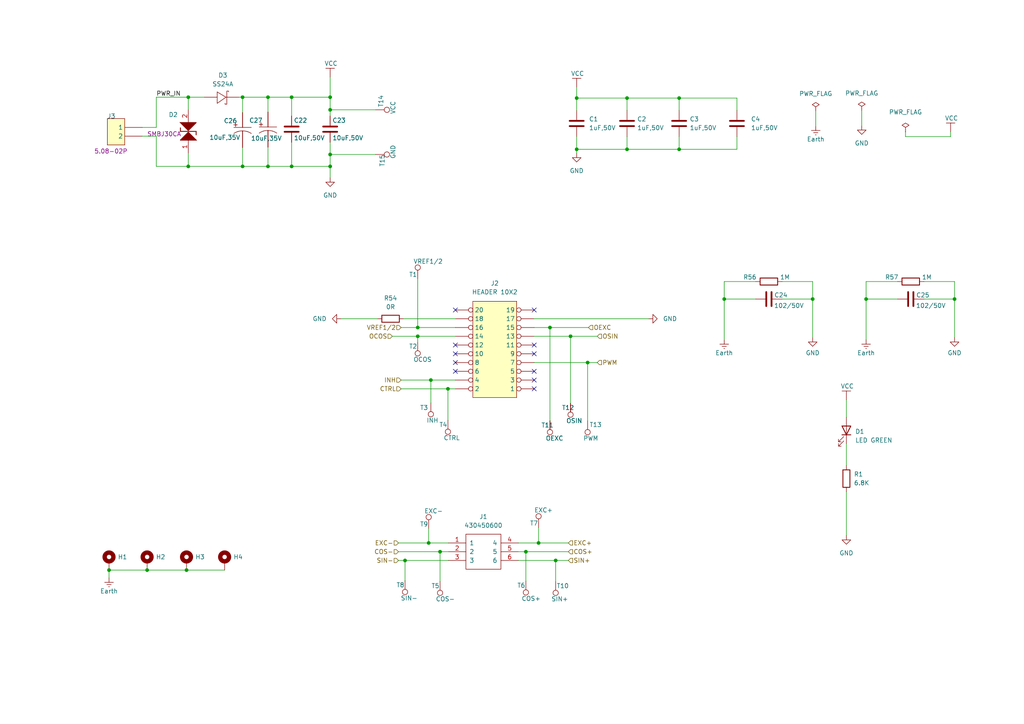
<source format=kicad_sch>
(kicad_sch (version 20230121) (generator eeschema)
  (paper "A4")
  (lib_symbols
    (symbol "02_HPM_Resis:1K" (pin_numbers hide) (pin_names (offset 0))
      (property "Reference" "R" (at -3.81 0.635 0))
      (property "Value" "1K" (at 3.81 0.635 0))
      (symbol "1K_0_1"
        (rectangle (start 2.54 -1.016) (end -2.54 1.016) (stroke (width 0.254)))
      )
      (symbol "1K_1_1"
        (pin passive line (at -3.81 0 0) (length 1.27) (name "~") (number "1"))
        (pin passive line (at 3.81 0 180) (length 1.27) (name "~") (number "2"))
      )
    )
    (symbol "03_HPM_CAP:10uF,10V" (pin_numbers hide) (pin_names (offset 0.254))
      (property "Reference" "C" (at 0.635 2.54 0))
      (property "Value" "10uF,10V" (at 0.635 -2.54 0))
      (symbol "10uF,10V_0_1"
        (polyline (pts (xy -2.032 -0.762) (xy 2.032 -0.762)) (stroke (width 0.508)))
        (polyline (pts (xy -2.032 0.762) (xy 2.032 0.762)) (stroke (width 0.508)))
      )
      (symbol "10uF,10V_1_1"
        (pin passive line (at 0 3.81 270) (length 2.794) (name "~") (number "1"))
        (pin passive line (at 0 -3.81 90) (length 2.794) (name "~") (number "2"))
      )
    )
    (symbol "03_HPM_CAP:10uF,16V" (pin_numbers hide) (pin_names (offset 0.254))
      (property "Reference" "C" (at 0.635 2.54 0))
      (property "Value" "10uF,16V" (at 0.635 -2.54 0))
      (symbol "10uF,16V_0_1"
        (polyline (pts (xy -2.032 -0.762) (xy 2.032 -0.762)) (stroke (width 0.508)))
        (polyline (pts (xy -2.032 0.762) (xy 2.032 0.762)) (stroke (width 0.508)))
      )
      (symbol "10uF,16V_1_1"
        (pin passive line (at 0 3.81 270) (length 2.794) (name "~") (number "1"))
        (pin passive line (at 0 -3.81 90) (length 2.794) (name "~") (number "2"))
      )
    )
    (symbol "04_HPM_Diode:LED GREEN" (pin_numbers hide) (pin_names (offset 1.016) hide)
      (property "Reference" "D" (at 0 2.54 0))
      (property "Value" "LED GREEN" (at 2.54 -2.54 0))
      (symbol "LED GREEN_0_1"
        (polyline (pts (xy -1.27 -1.27) (xy -1.27 1.27)) (stroke (width 0.254)))
        (polyline (pts (xy -1.27 0) (xy 1.27 0)))
        (polyline (pts (xy 1.27 -1.27) (xy 1.27 1.27) (xy -1.27 0) (xy 1.27 -1.27)) (stroke (width 0.254)))
        (polyline (pts (xy -3.048 -0.762) (xy -4.572 -2.286) (xy -3.81 -2.286) (xy -4.572 -2.286) (xy -4.572 -1.524)))
        (polyline (pts (xy -1.778 -0.762) (xy -3.302 -2.286) (xy -2.54 -2.286) (xy -3.302 -2.286) (xy -3.302 -1.524)))
      )
      (symbol "LED GREEN_1_1"
        (pin passive line (at -3.81 0 0) (length 2.54) (name "K") (number "1"))
        (pin passive line (at 3.81 0 180) (length 2.54) (name "A") (number "2"))
      )
    )
    (symbol "04_HPM_Diode:SS24" (pin_numbers hide) (pin_names (offset 1.016) hide)
      (property "Reference" "D" (at 3.175 3.175 0))
      (property "Value" "SS24" (at -0.635 3.175 0))
      (symbol "SS24_1_1"
        (polyline (pts (xy 1.27 1.524) (xy -1.27 0) (xy -1.27 0) (xy 1.27 -1.778) (xy 1.27 -1.778) (xy 1.27 1.524)))
        (polyline (pts (xy -2.032 1.524) (xy -2.032 1.778) (xy -2.032 1.778) (xy -1.524 1.778) (xy -1.524 1.778) (xy -1.524 -2.032) (xy -1.524 -2.032) (xy -1.016 -2.032) (xy -1.016 -2.032) (xy -1.016 -1.778)))
        (pin input line (at -5.08 0 0) (length 3.81) (name "K") (number "1"))
        (pin input line (at 5.08 0 180) (length 3.81) (name "A") (number "2"))
      )
    )
    (symbol "05_HPM_Conn:HEADER 10X2"
      (property "Reference" "J?" (at 0 0 0))
      (property "Value" "HEADER 10X2" (at 0 -30.48 0))
      (symbol "HEADER 10X2_1_0"
        (rectangle (start 12.7 0) (end 0 -27.94) (fill (type background)))
        (pin passive inverted (at -5.08 -2.54 0) (length 5.08) (name "1") (number "1"))
        (pin passive inverted (at 17.78 -12.7 180) (length 5.08) (name "10") (number "10"))
        (pin passive inverted (at -5.08 -15.24 0) (length 5.08) (name "11") (number "11"))
        (pin passive inverted (at 17.78 -15.24 180) (length 5.08) (name "12") (number "12"))
        (pin passive inverted (at -5.08 -17.78 0) (length 5.08) (name "13") (number "13"))
        (pin passive inverted (at 17.78 -17.78 180) (length 5.08) (name "14") (number "14"))
        (pin passive inverted (at -5.08 -20.32 0) (length 5.08) (name "15") (number "15"))
        (pin passive inverted (at 17.78 -20.32 180) (length 5.08) (name "16") (number "16"))
        (pin passive inverted (at -5.08 -22.86 0) (length 5.08) (name "17") (number "17"))
        (pin passive inverted (at 17.78 -22.86 180) (length 5.08) (name "18") (number "18"))
        (pin passive inverted (at -5.08 -25.4 0) (length 5.08) (name "19") (number "19"))
        (pin passive inverted (at 17.78 -2.54 180) (length 5.08) (name "2") (number "2"))
        (pin passive inverted (at 17.78 -25.4 180) (length 5.08) (name "20") (number "20"))
        (pin passive inverted (at -5.08 -5.08 0) (length 5.08) (name "3") (number "3"))
        (pin passive inverted (at 17.78 -5.08 180) (length 5.08) (name "4") (number "4"))
        (pin passive inverted (at -5.08 -7.62 0) (length 5.08) (name "5") (number "5"))
        (pin passive inverted (at 17.78 -7.62 180) (length 5.08) (name "6") (number "6"))
        (pin passive inverted (at -5.08 -10.16 0) (length 5.08) (name "7") (number "7"))
        (pin passive inverted (at 17.78 -10.16 180) (length 5.08) (name "8") (number "8"))
        (pin passive inverted (at -5.08 -12.7 0) (length 5.08) (name "9") (number "9"))
      )
    )
    (symbol "Connector:TestPoint" (pin_numbers hide) (pin_names (offset 0.762) hide)
      (property "Reference" "TP" (at 0 6.858 0))
      (property "Value" "TestPoint" (at 0 5.08 0))
      (symbol "TestPoint_0_1"
        (circle (center 0 3.302) (radius 0.762))
      )
      (symbol "TestPoint_1_1"
        (pin passive line (at 0 0 90) (length 2.54) (name "1") (number "1"))
      )
    )
    (symbol "Device:C" (pin_numbers hide) (pin_names (offset 0.254))
      (property "Reference" "C" (at 0.635 2.54 0))
      (property "Value" "C" (at 0.635 -2.54 0))
      (symbol "C_0_1"
        (polyline (pts (xy -2.032 -0.762) (xy 2.032 -0.762)) (stroke (width 0.508)))
        (polyline (pts (xy -2.032 0.762) (xy 2.032 0.762)) (stroke (width 0.508)))
      )
      (symbol "C_1_1"
        (pin passive line (at 0 3.81 270) (length 2.794) (name "~") (number "1"))
        (pin passive line (at 0 -3.81 90) (length 2.794) (name "~") (number "2"))
      )
    )
    (symbol "Device:R" (pin_numbers hide) (pin_names (offset 0))
      (property "Reference" "R" (at 2.032 0 90))
      (property "Value" "R" (at 0 0 90))
      (symbol "R_0_1"
        (rectangle (start -1.016 -2.54) (end 1.016 2.54) (stroke (width 0.254)))
      )
      (symbol "R_1_1"
        (pin passive line (at 0 3.81 270) (length 1.27) (name "~") (number "1"))
        (pin passive line (at 0 -3.81 90) (length 1.27) (name "~") (number "2"))
      )
    )
    (symbol "HPM_EVK2:1_DIODE_ZENER2"
      (property "Reference" "D2" (at 2.54 7.62 0))
      (property "ALTIUM_VALUE" "SMBJ30CA" (at -12.065 5.207 0))
      (symbol "1_DIODE_ZENER2_1_0"
        (polyline (pts (xy -2.286 8.89) (xy 0 6.604) (xy 2.286 8.89) (xy -2.286 8.89)) (stroke (width 0.254)) (fill (type outline)))
        (polyline (pts (xy 2.286 3.81) (xy 0 6.096) (xy -2.286 3.81) (xy 2.286 3.81)) (stroke (width 0.254)) (fill (type outline)))
        (polyline (pts (xy -2.286 6.35) (xy -2.286 7.366) (xy -2.286 6.35) (xy -2.286 6.35) (xy -2.286 6.35)) (stroke (width 0.254)) (fill (type outline)))
        (polyline (pts (xy 2.286 6.35) (xy 2.286 5.334) (xy 2.286 6.35) (xy -2.286 6.35) (xy 2.286 6.35)) (stroke (width 0.254)) (fill (type outline)))
        (pin passive line (at 0 0 90) (length 3.81) (name "A") (number "1"))
        (pin passive line (at 0 12.7 270) (length 3.81) (name "K") (number "2"))
      )
    )
    (symbol "HPM_EVK2:430450600" (pin_names (offset 1.016))
      (property "Reference" "CN" (at 0 0 0))
      (property "Value" "430450600" (at 0 0 0))
      (symbol "430450600_1_1"
        (rectangle (start -5.08 -5.08) (end 5.08 5.08))
        (pin input line (at -10.16 2.54 0) (length 5.08) (name "1") (number "1"))
        (pin input line (at -10.16 0 0) (length 5.08) (name "2") (number "2"))
        (pin input line (at -10.16 -2.54 0) (length 5.08) (name "3") (number "3"))
        (pin input line (at 10.16 2.54 180) (length 5.08) (name "4") (number "4"))
        (pin input line (at 10.16 0 180) (length 5.08) (name "5") (number "5"))
        (pin input line (at 10.16 -2.54 180) (length 5.08) (name "6") (number "6"))
      )
    )
    (symbol "HPM_EVK2:UWT1V101MCL1GS" (pin_numbers hide) (pin_names (offset 1.016) hide)
      (property "Reference" "C" (at 0 0 0))
      (property "Value" "UWT1V101MCL1GS" (at 0 0 0))
      (symbol "UWT1V101MCL1GS_1_1"
        (rectangle (start -2.54 1.4986) (end -1.524 1.524))
        (rectangle (start -2.032 1.016) (end -2.0066 2.032))
        (arc (start -1.3462 -0.4318) (mid -1.9671 -0.675) (end -2.54 -1.016))
        (arc (start 0 -0.254) (mid -0.6809 -0.285) (end -1.3462 -0.4318))
        (polyline (pts (xy -2.54 0.762) (xy 2.54 0.762)))
        (arc (start 1.3208 -0.4318) (mid 0.6675 -0.2937) (end 0 -0.254))
        (arc (start 2.54 -1.016) (mid 1.9571 -0.6671) (end 1.3208 -0.4318))
        (pin input line (at 0 5.08 270) (length 4.318) (name "1") (number "1"))
        (pin input line (at 0 -5.08 90) (length 4.826) (name "2") (number "2"))
      )
    )
    (symbol "HPM_EVK2:VCC" (power) (pin_numbers hide) (pin_names (offset 0) hide) (in_bom no) (on_board no)
      (property "Value" "VCC" (at 0 4.445 0))
      (symbol "VCC_0_1"
        (polyline (pts (xy -1.27 2.54) (xy 1.27 2.54)))
      )
      (symbol "VCC_1_1"
        (pin power_in line (at 0 0 90) (length 2.54) (name "VCC") (number "1"))
      )
    )
    (symbol "Mechanical:MountingHole_Pad" (pin_numbers hide) (pin_names (offset 1.016) hide)
      (property "Reference" "H" (at 0 6.35 0))
      (property "Value" "MountingHole_Pad" (at 0 4.445 0))
      (symbol "MountingHole_Pad_0_1"
        (circle (center 0 1.27) (radius 1.27) (stroke (width 1.27)))
      )
      (symbol "MountingHole_Pad_1_1"
        (pin input line (at 0 -2.54 90) (length 2.54) (name "1") (number "1"))
      )
    )
    (symbol "linshi-altium-import:0_mirrored_CON2"
      (property "Value" "0_mirrored_CON2" (at 0 0 0))
      (symbol "0_mirrored_CON2_1_0"
        (rectangle (start 0 0) (end -5.08 -7.62) (fill (type background)))
        (pin passive line (at 5.08 -2.54 180) (length 5.08) (name "1") (number "1"))
        (pin passive line (at 5.08 -5.08 180) (length 5.08) (name "2") (number "2"))
      )
    )
    (symbol "power:Earth" (power) (pin_names (offset 0))
      (symbol "Earth_0_1"
        (polyline (pts (xy -0.635 -1.905) (xy 0.635 -1.905)))
        (polyline (pts (xy -0.127 -2.54) (xy 0.127 -2.54)))
        (polyline (pts (xy 0 -1.27) (xy 0 0)))
        (polyline (pts (xy 1.27 -1.27) (xy -1.27 -1.27)))
      )
      (symbol "Earth_1_1"
        (pin power_in line (at 0 0 270) (length 0) hide (name "Earth") (number "1"))
      )
    )
    (symbol "power:GND" (power) (pin_names (offset 0))
      (property "Value" "GND" (at 0 -3.81 0))
      (symbol "GND_0_1"
        (polyline (pts (xy 0 0) (xy 0 -1.27) (xy 1.27 -1.27) (xy 0 -2.54) (xy -1.27 -1.27) (xy 0 -1.27)))
      )
      (symbol "GND_1_1"
        (pin power_in line (at 0 0 270) (length 0) hide (name "GND") (number "1"))
      )
    )
    (symbol "power:PWR_FLAG" (power) (pin_numbers hide) (pin_names (offset 0) hide)
      (property "Value" "PWR_FLAG" (at 0 3.81 0))
      (symbol "PWR_FLAG_0_0"
        (pin power_out line (at 0 0 90) (length 0) (name "pwr") (number "1"))
      )
      (symbol "PWR_FLAG_0_1"
        (polyline (pts (xy 0 0) (xy 0 1.27) (xy -1.016 1.905) (xy 0 2.54) (xy 1.016 1.905) (xy 0 1.27)))
      )
    )
  )
  (junction (at 181.864 28.448))
  (junction (at 95.758 48.26))
  (junction (at 70.358 48.26))
  (junction (at 165.481 97.536))
  (junction (at 156.21 157.48))
  (junction (at 121.158 94.996))
  (junction (at 95.758 44.8056))
  (junction (at 129.921 112.776))
  (junction (at 95.758 31.8516))
  (junction (at 84.582 48.26))
  (junction (at 181.864 43.307))
  (junction (at 167.259 28.448))
  (junction (at 170.434 105.156))
  (junction (at 127.635 160.02))
  (junction (at 42.672 165.354))
  (junction (at 251.206 86.741))
  (junction (at 77.724 28.194))
  (junction (at 159.512 94.996))
  (junction (at 124.968 110.236))
  (junction (at 54.61 48.26))
  (junction (at 31.623 165.354))
  (junction (at 54.102 165.354))
  (junction (at 121.158 97.536))
  (junction (at 124.333 157.48))
  (junction (at 161.163 162.56))
  (junction (at 70.358 28.194))
  (junction (at 210.058 86.741))
  (junction (at 54.61 28.194))
  (junction (at 117.475 162.56))
  (junction (at 84.582 28.194))
  (junction (at 95.758 28.194))
  (junction (at 196.977 28.448))
  (junction (at 276.86 86.741))
  (junction (at 196.977 43.307))
  (junction (at 167.259 43.307))
  (junction (at 152.527 160.02))
  (junction (at 235.712 86.741))
  (junction (at 77.724 48.26))
  (no_connect (at 132.08 105.156))
  (no_connect (at 132.08 89.916))
  (no_connect (at 132.08 100.076))
  (no_connect (at 132.08 107.696))
  (no_connect (at 132.08 102.616))
  (no_connect (at 154.94 110.236))
  (no_connect (at 154.94 100.076))
  (no_connect (at 154.94 102.616))
  (no_connect (at 154.94 107.696))
  (no_connect (at 154.94 112.776))
  (no_connect (at 154.94 89.916))
  (wire (pts (xy 181.864 28.448) (xy 181.864 32.004)))
  (wire (pts (xy 213.741 43.307) (xy 196.977 43.307)))
  (wire (pts (xy 132.08 97.536) (xy 121.158 97.536)))
  (wire (pts (xy 45.339 48.26) (xy 45.339 39.497)))
  (wire (pts (xy 275.717 39.624) (xy 275.717 38.227)))
  (wire (pts (xy 95.758 41.275) (xy 95.758 44.8056)))
  (wire (pts (xy 95.758 31.8516) (xy 95.758 33.655)))
  (wire (pts (xy 276.86 97.917) (xy 276.86 86.741)))
  (wire (pts (xy 164.846 157.48) (xy 156.21 157.48)))
  (wire (pts (xy 213.741 39.624) (xy 213.741 43.307)))
  (wire (pts (xy 98.933 92.456) (xy 109.474 92.456)))
  (wire (pts (xy 84.582 28.194) (xy 84.582 33.655)))
  (wire (pts (xy 70.358 28.194) (xy 77.724 28.194)))
  (wire (pts (xy 95.758 22.352) (xy 95.758 28.194)))
  (wire (pts (xy 210.058 86.741) (xy 210.058 81.661)))
  (wire (pts (xy 196.977 28.448) (xy 181.864 28.448)))
  (wire (pts (xy 210.058 81.661) (xy 219.202 81.661)))
  (wire (pts (xy 45.339 36.957) (xy 45.339 28.194)))
  (wire (pts (xy 161.163 162.56) (xy 150.368 162.56)))
  (wire (pts (xy 251.206 98.552) (xy 251.206 86.741)))
  (wire (pts (xy 127.635 160.02) (xy 127.635 168.656)))
  (wire (pts (xy 154.94 105.156) (xy 170.434 105.156)))
  (wire (pts (xy 226.822 86.741) (xy 235.712 86.741)))
  (wire (pts (xy 129.921 112.776) (xy 129.921 121.92)))
  (wire (pts (xy 45.339 28.194) (xy 54.61 28.194)))
  (wire (pts (xy 236.601 32.258) (xy 236.601 36.576)))
  (wire (pts (xy 213.741 28.448) (xy 196.977 28.448)))
  (wire (pts (xy 77.724 28.194) (xy 77.724 32.512)))
  (wire (pts (xy 245.491 115.951) (xy 245.491 121.031)))
  (wire (pts (xy 196.977 43.307) (xy 181.864 43.307)))
  (wire (pts (xy 70.358 28.194) (xy 70.358 32.639)))
  (wire (pts (xy 245.491 128.651) (xy 245.491 135.001)))
  (wire (pts (xy 117.475 162.56) (xy 117.475 168.402)))
  (wire (pts (xy 121.158 94.996) (xy 132.08 94.996)))
  (wire (pts (xy 213.741 32.004) (xy 213.741 28.448)))
  (wire (pts (xy 77.724 42.672) (xy 77.724 48.26)))
  (wire (pts (xy 170.434 105.156) (xy 173.228 105.156)))
  (wire (pts (xy 42.672 165.354) (xy 54.102 165.354)))
  (wire (pts (xy 262.636 38.227) (xy 262.636 39.624)))
  (wire (pts (xy 156.21 153.035) (xy 156.21 157.48)))
  (wire (pts (xy 77.724 48.26) (xy 84.582 48.26)))
  (wire (pts (xy 116.332 110.236) (xy 124.968 110.236)))
  (wire (pts (xy 167.259 25.273) (xy 167.259 28.448)))
  (wire (pts (xy 124.968 110.236) (xy 124.968 116.84)))
  (wire (pts (xy 117.094 92.456) (xy 132.08 92.456)))
  (wire (pts (xy 84.582 41.275) (xy 84.582 48.26)))
  (wire (pts (xy 245.491 142.621) (xy 245.491 155.321)))
  (wire (pts (xy 41.275 39.497) (xy 45.339 39.497)))
  (wire (pts (xy 150.368 160.02) (xy 152.527 160.02)))
  (wire (pts (xy 70.358 42.799) (xy 70.358 48.26)))
  (wire (pts (xy 115.57 162.56) (xy 117.475 162.56)))
  (wire (pts (xy 31.623 165.354) (xy 42.672 165.354)))
  (wire (pts (xy 124.333 153.289) (xy 124.333 157.48)))
  (wire (pts (xy 95.758 44.8056) (xy 95.758 48.26)))
  (wire (pts (xy 196.977 28.448) (xy 196.977 32.004)))
  (wire (pts (xy 152.527 160.02) (xy 164.846 160.02)))
  (wire (pts (xy 167.259 43.307) (xy 167.259 44.45)))
  (wire (pts (xy 95.758 44.8056) (xy 108.9152 44.8056)))
  (wire (pts (xy 121.158 97.536) (xy 113.792 97.536)))
  (wire (pts (xy 54.61 28.194) (xy 54.61 31.75)))
  (wire (pts (xy 84.582 48.26) (xy 95.758 48.26)))
  (wire (pts (xy 235.712 81.661) (xy 226.822 81.661)))
  (wire (pts (xy 235.712 97.917) (xy 235.712 86.741)))
  (wire (pts (xy 251.206 86.741) (xy 251.206 81.661)))
  (wire (pts (xy 159.512 94.996) (xy 159.512 122.047)))
  (wire (pts (xy 115.57 157.48) (xy 124.333 157.48)))
  (wire (pts (xy 65.151 165.354) (xy 54.102 165.354)))
  (wire (pts (xy 165.481 97.536) (xy 173.228 97.536)))
  (wire (pts (xy 276.86 86.741) (xy 276.86 81.661)))
  (wire (pts (xy 95.758 51.562) (xy 95.758 48.26)))
  (wire (pts (xy 127.635 160.02) (xy 130.048 160.02)))
  (wire (pts (xy 84.582 28.194) (xy 95.758 28.194)))
  (wire (pts (xy 54.61 44.45) (xy 54.61 48.26)))
  (wire (pts (xy 167.259 39.624) (xy 167.259 43.307)))
  (wire (pts (xy 121.158 80.899) (xy 121.158 94.996)))
  (wire (pts (xy 156.21 157.48) (xy 150.368 157.48)))
  (wire (pts (xy 170.434 105.156) (xy 170.434 122.047)))
  (wire (pts (xy 116.332 112.776) (xy 129.921 112.776)))
  (wire (pts (xy 115.57 160.02) (xy 127.635 160.02)))
  (wire (pts (xy 117.475 162.56) (xy 130.048 162.56)))
  (wire (pts (xy 276.86 81.661) (xy 267.97 81.661)))
  (wire (pts (xy 154.94 94.996) (xy 159.512 94.996)))
  (wire (pts (xy 116.332 94.996) (xy 121.158 94.996)))
  (wire (pts (xy 251.206 86.741) (xy 260.35 86.741)))
  (wire (pts (xy 69.342 28.194) (xy 70.358 28.194)))
  (wire (pts (xy 267.97 86.741) (xy 276.86 86.741)))
  (wire (pts (xy 181.864 39.624) (xy 181.864 43.307)))
  (wire (pts (xy 129.921 112.776) (xy 132.08 112.776)))
  (wire (pts (xy 251.206 81.661) (xy 260.35 81.661)))
  (wire (pts (xy 249.936 32.131) (xy 249.936 36.449)))
  (wire (pts (xy 70.358 48.26) (xy 77.724 48.26)))
  (wire (pts (xy 164.846 162.56) (xy 161.163 162.56)))
  (wire (pts (xy 54.61 48.26) (xy 70.358 48.26)))
  (wire (pts (xy 210.058 86.741) (xy 219.202 86.741)))
  (wire (pts (xy 54.61 48.26) (xy 45.339 48.26)))
  (wire (pts (xy 181.864 43.307) (xy 167.259 43.307)))
  (wire (pts (xy 95.758 28.194) (xy 95.758 31.8516)))
  (wire (pts (xy 235.712 86.741) (xy 235.712 81.661)))
  (wire (pts (xy 41.275 36.957) (xy 45.339 36.957)))
  (wire (pts (xy 262.636 39.624) (xy 275.717 39.624)))
  (wire (pts (xy 181.864 28.448) (xy 167.259 28.448)))
  (wire (pts (xy 159.512 94.996) (xy 170.688 94.996)))
  (wire (pts (xy 167.259 28.448) (xy 167.259 32.004)))
  (wire (pts (xy 77.724 28.194) (xy 84.582 28.194)))
  (wire (pts (xy 152.527 168.529) (xy 152.527 160.02)))
  (wire (pts (xy 95.758 31.8516) (xy 108.9152 31.8516)))
  (wire (pts (xy 210.058 98.552) (xy 210.058 86.741)))
  (wire (pts (xy 161.163 162.56) (xy 161.163 168.656)))
  (wire (pts (xy 196.977 39.624) (xy 196.977 43.307)))
  (wire (pts (xy 154.94 92.456) (xy 188.087 92.456)))
  (wire (pts (xy 124.333 157.48) (xy 130.048 157.48)))
  (wire (pts (xy 121.158 97.536) (xy 121.158 99.187)))
  (wire (pts (xy 31.623 165.354) (xy 31.623 167.64)))
  (wire (pts (xy 54.61 28.194) (xy 59.182 28.194)))
  (wire (pts (xy 154.94 97.536) (xy 165.481 97.536)))
  (wire (pts (xy 165.481 97.536) (xy 165.481 116.967)))
  (wire (pts (xy 124.968 110.236) (xy 132.08 110.236)))
  (label "PWR_IN" (at 45.339 28.194 0))
  (hierarchical_label "OEXC" (shape input) (at 170.688 94.996 0))
  (hierarchical_label "EXC-" (shape input) (at 115.57 157.48 180))
  (hierarchical_label "COS-" (shape input) (at 115.57 160.02 180))
  (hierarchical_label "SIN+" (shape input) (at 164.846 162.56 0))
  (hierarchical_label "EXC+" (shape input) (at 164.846 157.48 0))
  (hierarchical_label "CTRL" (shape input) (at 116.332 112.776 180))
  (hierarchical_label "VREF1{slash}2" (shape input) (at 116.332 94.996 180))
  (hierarchical_label "SIN-" (shape input) (at 115.57 162.56 180))
  (hierarchical_label "COS+" (shape input) (at 164.846 160.02 0))
  (hierarchical_label "OCOS" (shape input) (at 113.792 97.536 180))
  (hierarchical_label "OSIN" (shape input) (at 173.228 97.536 0))
  (hierarchical_label "PWM" (shape input) (at 173.228 105.156 0))
  (hierarchical_label "INH" (shape input) (at 116.332 110.236 180))
  (symbol (lib_id "Connector:TestPoint") (at 117.475 168.402 0) (mirror x) (unit 1)
    (property "Reference" "T8" (at 114.935 169.672 0) (effects (justify left)))
    (property "Value" "SIN-" (at 116.205 173.482 0) (effects (justify left)))
    (property "Footprint" "TPAD_030" (effects hide))
  )
  (symbol (lib_id "Mechanical:MountingHole_Pad") (at 42.672 162.814 0) (unit 1)
    (property "Reference" "H2" (at 45.212 161.5439 0) (effects (justify left)))
    (property "Value" "MountingHole_Pad" (effects hide))
    (property "Footprint" "HOLE-3.2" (effects hide))
  )
  (symbol (lib_id "02_HPM_Resis:1K") (at 113.284 92.456 0) (mirror y) (unit 1)
    (property "Reference" "R54" (at 113.284 86.487 0))
    (property "Value" "0R" (at 113.284 89.027 0))
    (property "Footprint" "02_HPM_Resis:R_0603_1608Metric" (effects hide))
  )
  (symbol (lib_id "Connector:TestPoint") (at 121.158 99.187 0) (mirror x) (unit 1)
    (property "Reference" "T2" (at 118.618 100.457 0) (effects (justify left)))
    (property "Value" "OCOS" (at 119.888 104.267 0) (effects (justify left)))
    (property "Footprint" "TPAD_030" (effects hide))
  )
  (symbol (lib_id "HPM_EVK2:VCC") (at 275.717 38.227 0) (unit 1) (in_bom no) (on_board no)
    (property "Reference" "#PWR0109" (effects hide))
    (property "Value" "VCC" (at 275.971 34.29 0))
  )
  (symbol (lib_id "power:PWR_FLAG") (at 236.601 32.258 0) (unit 1)
    (property "Reference" "#FLG0103" (effects hide))
    (property "Value" "PWR_FLAG" (at 236.601 27.178 0))
  )
  (symbol (lib_id "HPM_EVK2:VCC") (at 167.259 25.273 0) (unit 1) (in_bom no) (on_board no)
    (property "Reference" "#PWR0107" (effects hide))
    (property "Value" "VCC" (at 167.513 21.336 0))
  )
  (symbol (lib_id "03_HPM_CAP:10uF,16V") (at 213.741 35.814 0) (unit 1)
    (property "Reference" "C4" (at 217.805 34.5439 0) (effects (justify left)))
    (property "Value" "1uF,50V" (at 217.805 37.0839 0) (effects (justify left)))
    (property "Footprint" "03_HPM_CAP:C_0603_1608Metric" (effects hide))
  )
  (symbol (lib_id "power:GND") (at 98.933 92.456 270) (unit 1)
    (property "Reference" "#PWR03" (effects hide))
    (property "Value" "GND" (at 94.742 92.4559 90) (effects (justify right)))
  )
  (symbol (lib_id "power:Earth") (at 210.058 98.552 0) (unit 1)
    (property "Reference" "#PWR08" (effects hide))
    (property "Value" "Earth" (at 210.058 102.362 0))
  )
  (symbol (lib_id "03_HPM_CAP:10uF,16V") (at 167.259 35.814 0) (unit 1)
    (property "Reference" "C1" (at 170.815 34.5439 0) (effects (justify left)))
    (property "Value" "1uF,50V" (at 170.815 37.0839 0) (effects (justify left)))
    (property "Footprint" "03_HPM_CAP:C_0603_1608Metric" (effects hide))
  )
  (symbol (lib_id "power:GND") (at 235.712 97.917 0) (unit 1)
    (property "Reference" "#PWR010" (effects hide))
    (property "Value" "GND" (at 235.712 102.362 0))
  )
  (symbol (lib_id "Connector:TestPoint") (at 127.635 168.656 0) (mirror x) (unit 1)
    (property "Reference" "T5" (at 125.095 169.926 0) (effects (justify left)))
    (property "Value" "COS-" (at 126.365 173.736 0) (effects (justify left)))
    (property "Footprint" "TPAD_030" (effects hide))
  )
  (symbol (lib_id "04_HPM_Diode:SS24") (at 64.262 28.194 0) (mirror y) (unit 1)
    (property "Reference" "D3" (at 64.643 21.844 0))
    (property "Value" "SS24A" (at 64.643 24.384 0))
    (property "Footprint" "04_HPM_Diode:SMA-DO-214AC" (effects hide))
    (property "SuppliersPartNumber" "C115726" (effects hide))
  )
  (symbol (lib_id "Connector:TestPoint") (at 159.512 122.047 0) (mirror x) (unit 1)
    (property "Reference" "T11" (at 156.972 123.317 0) (effects (justify left)))
    (property "Value" "OEXC" (at 158.242 127.127 0) (effects (justify left)))
    (property "Footprint" "TPAD_030" (effects hide))
  )
  (symbol (lib_id "Connector:TestPoint") (at 156.21 153.035 0) (unit 1)
    (property "Reference" "T7" (at 153.67 151.765 0) (effects (justify left)))
    (property "Value" "EXC+" (at 154.94 147.955 0) (effects (justify left)))
    (property "Footprint" "TPAD_030" (effects hide))
  )
  (symbol (lib_id "power:GND") (at 249.936 36.449 0) (unit 1)
    (property "Reference" "#PWR0117" (effects hide))
    (property "Value" "GND" (at 249.936 41.529 0))
  )
  (symbol (lib_id "power:GND") (at 276.86 97.917 0) (unit 1)
    (property "Reference" "#PWR013" (effects hide))
    (property "Value" "GND" (at 276.86 102.362 0))
  )
  (symbol (lib_id "power:GND") (at 188.087 92.456 90) (mirror x) (unit 1)
    (property "Reference" "#PWR05" (effects hide))
    (property "Value" "GND" (at 192.278 92.4559 90) (effects (justify right)))
  )
  (symbol (lib_id "HPM_EVK2:430450600") (at 140.208 160.02 0) (unit 1)
    (property "Reference" "J1" (at 140.208 149.86 0))
    (property "Value" "430450600" (at 140.208 152.4 0))
    (property "Footprint" "CONN-TH_43045-0600" (effects hide))
    (property "Datasheet" "https://atta.szlcsc.com/upload/public/pdf/source/20170914/C127367_1505359400609967665.pdf" (effects hide))
    (property "SuppliersPartNumber" "C127367" (effects hide))
    (property "uuid" "pro:9eb8471f7adc465c9752fe4ca40da13f" (effects hide))
  )
  (symbol (lib_id "HPM_EVK2:VCC") (at 245.491 115.951 0) (unit 1) (in_bom no) (on_board no)
    (property "Reference" "#PWR0104" (effects hide))
    (property "Value" "VCC" (at 245.745 112.014 0))
  )
  (symbol (lib_id "04_HPM_Diode:LED GREEN") (at 245.491 124.841 270) (mirror x) (unit 1)
    (property "Reference" "D1" (at 248.031 125.1584 90) (effects (justify left)))
    (property "Value" "LED GREEN" (at 248.031 127.6984 90) (effects (justify left)))
    (property "Footprint" "04_HPM_Diode:LED" (effects hide))
  )
  (symbol (lib_id "Mechanical:MountingHole_Pad") (at 31.623 162.814 0) (unit 1)
    (property "Reference" "H1" (at 34.163 161.5439 0) (effects (justify left)))
    (property "Value" "MountingHole_Pad" (effects hide))
    (property "Footprint" "HOLE-3.2" (effects hide))
  )
  (symbol (lib_id "Connector:TestPoint") (at 124.968 116.84 0) (mirror x) (unit 1)
    (property "Reference" "T3" (at 121.793 118.237 0) (effects (justify left)))
    (property "Value" "INH" (at 123.698 121.92 0) (effects (justify left)))
    (property "Footprint" "TPAD_030" (effects hide))
  )
  (symbol (lib_id "Connector:TestPoint") (at 152.527 168.529 0) (mirror x) (unit 1)
    (property "Reference" "T6" (at 149.987 169.799 0) (effects (justify left)))
    (property "Value" "COS+" (at 151.257 173.609 0) (effects (justify left)))
    (property "Footprint" "TPAD_030" (effects hide))
  )
  (symbol (lib_id "03_HPM_CAP:10uF,10V") (at 84.582 37.465 0) (unit 1)
    (property "Reference" "C22" (at 85.217 34.925 0) (effects (justify left)))
    (property "Value" "10uF,50V" (at 85.217 40.005 0) (effects (justify left)))
    (property "Footprint" "03_HPM_CAP:C_1206_3216Metric" (effects hide))
    (property "Field4" "CL31A106KBHNNNE" (effects hide))
  )
  (symbol (lib_id "03_HPM_CAP:10uF,16V") (at 181.864 35.814 0) (unit 1)
    (property "Reference" "C2" (at 184.785 34.5439 0) (effects (justify left)))
    (property "Value" "1uF,50V" (at 184.785 37.0839 0) (effects (justify left)))
    (property "Footprint" "03_HPM_CAP:C_0603_1608Metric" (effects hide))
  )
  (symbol (lib_id "Connector:TestPoint") (at 129.921 121.92 0) (mirror x) (unit 1)
    (property "Reference" "T4" (at 127.381 123.19 0) (effects (justify left)))
    (property "Value" "CTRL" (at 128.651 127 0) (effects (justify left)))
    (property "Footprint" "TPAD_030" (effects hide))
  )
  (symbol (lib_id "Mechanical:MountingHole_Pad") (at 54.102 162.814 0) (unit 1)
    (property "Reference" "H3" (at 56.642 161.5439 0) (effects (justify left)))
    (property "Value" "MountingHole_Pad" (effects hide))
    (property "Footprint" "HOLE-3.2" (effects hide))
  )
  (symbol (lib_id "02_HPM_Resis:1K") (at 245.491 138.811 270) (mirror x) (unit 1)
    (property "Reference" "R1" (at 247.65 137.5409 90) (effects (justify left)))
    (property "Value" "6.8K" (at 247.65 140.0809 90) (effects (justify left)))
    (property "Footprint" "02_HPM_Resis:R_0603_1608Metric" (effects hide))
  )
  (symbol (lib_id "power:Earth") (at 251.206 98.552 0) (unit 1)
    (property "Reference" "#PWR012" (effects hide))
    (property "Value" "Earth" (at 251.206 102.362 0))
  )
  (symbol (lib_id "Connector:TestPoint") (at 124.333 153.289 0) (unit 1)
    (property "Reference" "T9" (at 121.793 152.019 0) (effects (justify left)))
    (property "Value" "EXC-" (at 123.063 148.209 0) (effects (justify left)))
    (property "Footprint" "TPAD_030" (effects hide))
  )
  (symbol (lib_id "HPM_EVK2:UWT1V101MCL1GS") (at 77.724 37.592 0) (unit 1)
    (property "Reference" "C27" (at 72.263 34.925 0) (effects (justify left)))
    (property "Value" "10uF,35V" (at 72.771 40.132 0) (effects (justify left)))
    (property "Footprint" "CAP-SMD_BD6.3-L6.6-W6.6-LS7.6-FD" (effects hide))
    (property "Datasheet" "https://atta.szlcsc.com/upload/public/pdf/source/20180326/C125975_9570749E241C6D82D5B07D2468AC2811.pdf" (effects hide))
    (property "SuppliersPartNumber" "C125975" (effects hide))
    (property "uuid" "pro:04f45bed95a142e58f191d592533de17" (effects hide))
  )
  (symbol (lib_id "03_HPM_CAP:10uF,16V") (at 196.977 35.814 0) (unit 1)
    (property "Reference" "C3" (at 200.025 34.5439 0) (effects (justify left)))
    (property "Value" "1uF,50V" (at 200.025 37.0839 0) (effects (justify left)))
    (property "Footprint" "03_HPM_CAP:C_0603_1608Metric" (effects hide))
  )
  (symbol (lib_id "power:GND") (at 95.758 51.562 0) (unit 1)
    (property "Reference" "#PWR06" (effects hide))
    (property "Value" "GND" (at 95.758 56.642 0))
  )
  (symbol (lib_id "Connector:TestPoint") (at 121.158 80.899 0) (unit 1)
    (property "Reference" "T1" (at 118.618 79.629 0) (effects (justify left)))
    (property "Value" "VREF1/2" (at 119.888 75.819 0) (effects (justify left)))
    (property "Footprint" "TPAD_030" (effects hide))
  )
  (symbol (lib_id "HPM_EVK2:VCC") (at 95.758 22.352 0) (unit 1) (in_bom no) (on_board no)
    (property "Reference" "#PWR0101" (effects hide))
    (property "Value" "VCC" (at 96.012 18.415 0))
  )
  (symbol (lib_id "Connector:TestPoint") (at 165.481 116.967 0) (mirror x) (unit 1)
    (property "Reference" "T12" (at 162.941 118.237 0) (effects (justify left)))
    (property "Value" "OSIN" (at 164.211 122.047 0) (effects (justify left)))
    (property "Footprint" "TPAD_030" (effects hide))
  )
  (symbol (lib_id "power:PWR_FLAG") (at 249.936 32.131 0) (unit 1)
    (property "Reference" "#FLG0101" (effects hide))
    (property "Value" "PWR_FLAG" (at 249.936 27.051 0))
  )
  (symbol (lib_id "Mechanical:MountingHole_Pad") (at 65.151 162.814 0) (unit 1)
    (property "Reference" "H4" (at 67.691 161.5439 0) (effects (justify left)))
    (property "Value" "MountingHole_Pad" (effects hide))
    (property "Footprint" "HOLE-3.2" (effects hide))
  )
  (symbol (lib_id "power:Earth") (at 31.623 167.64 0) (unit 1)
    (property "Reference" "#PWR01" (effects hide))
    (property "Value" "Earth" (at 31.623 171.45 0))
  )
  (symbol (lib_id "HPM_EVK2:UWT1V101MCL1GS") (at 70.358 37.719 0) (unit 1)
    (property "Reference" "C26" (at 64.897 35.052 0) (effects (justify left)))
    (property "Value" "10uF,35V" (at 60.706 39.878 0) (effects (justify left)))
    (property "Footprint" "CAP-SMD_BD6.3-L6.6-W6.6-LS7.6-FD" (effects hide))
    (property "Datasheet" "https://atta.szlcsc.com/upload/public/pdf/source/20180326/C125975_9570749E241C6D82D5B07D2468AC2811.pdf" (effects hide))
    (property "SuppliersPartNumber" "C125975" (effects hide))
    (property "uuid" "pro:04f45bed95a142e58f191d592533de17" (effects hide))
  )
  (symbol (lib_id "Device:C") (at 264.16 86.741 90) (unit 1)
    (property "Reference" "C25" (at 269.621 85.598 90) (effects (justify left)))
    (property "Value" "102/50V" (at 274.32 88.646 90) (effects (justify left)))
    (property "Footprint" "Capacitor_SMD:C_1206_3216Metric" (effects hide))
  )
  (symbol (lib_id "Device:R") (at 264.16 81.661 90) (unit 1)
    (property "Reference" "R57" (at 260.604 80.391 90) (effects (justify left)))
    (property "Value" "1M" (at 270.256 80.391 90) (effects (justify left)))
    (property "Footprint" "Resistor_SMD:R_1206_3216Metric" (effects hide))
  )
  (symbol (lib_id "05_HPM_Conn:HEADER 10X2") (at 149.86 115.316 180) (unit 1)
    (property "Reference" "J2" (at 143.51 82.169 0))
    (property "Value" "HEADER 10X2" (at 143.51 84.709 0))
    (property "Footprint" "05_HPM_Conn:IDE-20-A" (effects hide))
  )
  (symbol (lib_id "03_HPM_CAP:10uF,10V") (at 95.758 37.465 0) (unit 1)
    (property "Reference" "C23" (at 96.393 34.925 0) (effects (justify left)))
    (property "Value" "10uF,50V" (at 96.393 40.005 0) (effects (justify left)))
    (property "Footprint" "03_HPM_CAP:C_1206_3216Metric" (effects hide))
    (property "Field4" "CL31A106KBHNNNE" (effects hide))
  )
  (symbol (lib_id "power:GND") (at 167.259 44.45 0) (unit 1)
    (property "Reference" "#PWR02" (effects hide))
    (property "Value" "GND" (at 167.259 49.53 0))
  )
  (symbol (lib_id "Connector:TestPoint") (at 108.9152 44.8056 270) (mirror x) (unit 1)
    (property "Reference" "T15" (at 110.871 48.387 0) (effects (justify left)))
    (property "Value" "GND" (at 113.9952 46.0756 0) (effects (justify left)))
    (property "Footprint" "TPAD_030" (effects hide))
  )
  (symbol (lib_id "Connector:TestPoint") (at 161.163 168.656 0) (mirror x) (unit 1)
    (property "Reference" "T10" (at 161.417 169.926 0) (effects (justify left)))
    (property "Value" "SIN+" (at 159.893 173.736 0) (effects (justify left)))
    (property "Footprint" "TPAD_030" (effects hide))
  )
  (symbol (lib_id "Device:R") (at 223.012 81.661 90) (unit 1)
    (property "Reference" "R56" (at 219.456 80.391 90) (effects (justify left)))
    (property "Value" "1M" (at 229.108 80.391 90) (effects (justify left)))
    (property "Footprint" "Resistor_SMD:R_1206_3216Metric" (effects hide))
  )
  (symbol (lib_id "Device:C") (at 223.012 86.741 90) (unit 1)
    (property "Reference" "C24" (at 228.473 85.598 90) (effects (justify left)))
    (property "Value" "102/50V" (at 233.172 88.646 90) (effects (justify left)))
    (property "Footprint" "Capacitor_SMD:C_1206_3216Metric" (effects hide))
  )
  (symbol (lib_id "power:Earth") (at 236.601 36.576 0) (unit 1)
    (property "Reference" "#PWR0103" (effects hide))
    (property "Value" "Earth" (at 236.601 40.386 0))
  )
  (symbol (lib_id "power:PWR_FLAG") (at 262.636 38.227 0) (unit 1)
    (property "Reference" "#FLG0102" (effects hide))
    (property "Value" "PWR_FLAG" (at 262.636 32.512 0))
  )
  (symbol (lib_id "power:GND") (at 245.491 155.321 0) (unit 1)
    (property "Reference" "#PWR07" (effects hide))
    (property "Value" "GND" (at 245.491 160.401 0))
  )
  (symbol (lib_id "linshi-altium-import:0_mirrored_CON2") (at 36.195 34.417 0) (unit 1)
    (property "Reference" "J3" (at 31.115 34.417 0) (effects (justify left bottom)))
    (property "Value" "${ALTIUM_VALUE}" (effects hide))
    (property "Footprint" "05_HPM_Conn:5.08-02P" (effects hide))
    (property "物料代码" "1.10.06.0027" (effects hide))
    (property "ALTIUM_VALUE" "5.08-02P" (at 27.305 44.577 0) (effects (justify left bottom)))
    (property "名称" "端子" (effects hide))
    (property "厂商" "DEGSON" (effects hide))
    (property "ROHS" "RoHS" (effects hide))
    (property "型号" "5.08-02P" (effects hide))
    (property "贴片和直插" "THT" (effects hide))
    (property "PCB备注" "xhm-lq-wyy-150126" (effects hide))
    (property "器件优选方案" "正常状态，可以选用" (effects hide))
    (property "COMPONENTLINK1DESCRIPTION" "ErpDataInfo" (effects hide))
    (property "COMPONENTLINK1URL" "http://erp.zlgmcu.com/ErpExt/ErpData/ListMateriel.aspx?pkey=1.10.06.0027" (effects hide))
  )
  (symbol (lib_id "Connector:TestPoint") (at 108.9152 31.8516 270) (mirror x) (unit 1)
    (property "Reference" "T14" (at 110.49 31.115 0) (effects (justify left)))
    (property "Value" "VCC" (at 113.9952 33.1216 0) (effects (justify left)))
    (property "Footprint" "TPAD_030" (effects hide))
  )
  (symbol (lib_id "Connector:TestPoint") (at 170.434 122.047 0) (mirror x) (unit 1)
    (property "Reference" "T13" (at 170.942 123.19 0) (effects (justify left)))
    (property "Value" "PWM" (at 169.164 127.127 0) (effects (justify left)))
    (property "Footprint" "TPAD_030" (effects hide))
  )
  (symbol (lib_id "HPM_EVK2:1_DIODE_ZENER2") (at 54.61 44.45 0) (unit 1)
    (property "Reference" "D2" (at 48.895 33.274 0) (effects (justify left)))
    (property "Value" "1_DIODE_ZENER2" (effects hide))
    (property "Footprint" "04_HPM_Diode:DO-214AB" (effects hide))
    (property "物料代码" "1.04.03.0022" (effects hide))
    (property "ALTIUM_VALUE" "SMBJ30CA" (at 42.672 38.862 0) (effects (justify left)))
    (property "名称" "TVS瞬态抑制二极管" (effects hide))
    (property "封装" "DO-214AB" (effects hide))
    (property "厂商" "君耀" (effects hide))
    (property "ROHS" "RoHS" (effects hide))
    (property "型号" "SMDJ48CA" (effects hide))
    (property "贴片和直插" "SMT" (effects hide))
    (property "PCB备注" "160818-PCB  BY HCJ" (effects hide))
    (property "器件优选方案" "正常状态，可以选用" (effects hide))
    (property "COMPONENTLINK1DESCRIPTION" "ErpDataInfo" (effects hide))
    (property "COMPONENTLINK1URL" "http://erp.zlgmcu.com/ErpExt/ErpData/ListMateriel.aspx?pkey=1.04.03.0022" (effects hide))
  )
)
</source>
